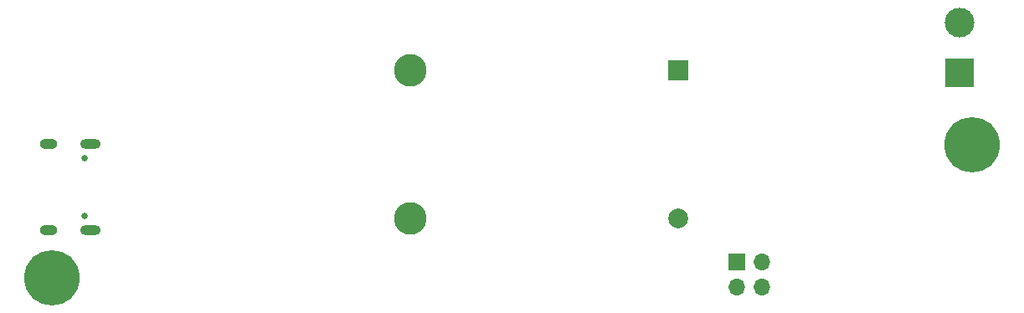
<source format=gbs>
G04 #@! TF.GenerationSoftware,KiCad,Pcbnew,6.0.11-2627ca5db0~126~ubuntu22.04.1*
G04 #@! TF.CreationDate,2024-05-05T15:56:36-04:00*
G04 #@! TF.ProjectId,board,626f6172-642e-46b6-9963-61645f706362,rev?*
G04 #@! TF.SameCoordinates,Original*
G04 #@! TF.FileFunction,Soldermask,Bot*
G04 #@! TF.FilePolarity,Negative*
%FSLAX46Y46*%
G04 Gerber Fmt 4.6, Leading zero omitted, Abs format (unit mm)*
G04 Created by KiCad (PCBNEW 6.0.11-2627ca5db0~126~ubuntu22.04.1) date 2024-05-05 15:56:36*
%MOMM*%
%LPD*%
G01*
G04 APERTURE LIST*
%ADD10R,3.000000X3.000000*%
%ADD11C,3.000000*%
%ADD12C,5.600000*%
%ADD13C,0.650000*%
%ADD14O,2.100000X1.000000*%
%ADD15O,1.800000X1.000000*%
%ADD16R,1.700000X1.700000*%
%ADD17O,1.700000X1.700000*%
%ADD18C,3.300000*%
%ADD19R,2.000000X2.000000*%
%ADD20C,2.000000*%
G04 APERTURE END LIST*
D10*
X192275000Y-67730000D03*
D11*
X192275000Y-62650000D03*
D12*
X193500000Y-75007500D03*
X100500000Y-88507500D03*
D13*
X103820000Y-76430000D03*
X103820000Y-82210000D03*
D14*
X104340000Y-83640000D03*
D15*
X100140000Y-75000000D03*
D14*
X104340000Y-75000000D03*
D15*
X100140000Y-83640000D03*
D16*
X169725000Y-86925000D03*
D17*
X172265000Y-86925000D03*
X169725000Y-89465000D03*
X172265000Y-89465000D03*
D18*
X136690000Y-67520000D03*
X136690000Y-82510000D03*
D19*
X163855000Y-67520000D03*
D20*
X163855000Y-82510000D03*
M02*

</source>
